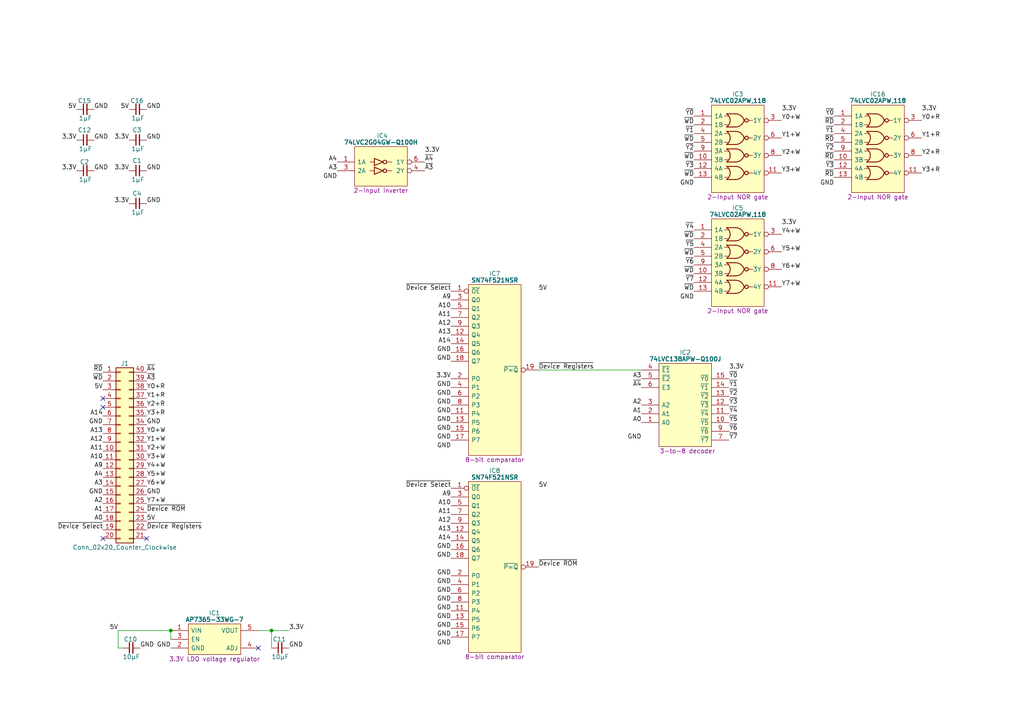
<source format=kicad_sch>
(kicad_sch (version 20230121) (generator eeschema)
  (paper "A4")
  (title_block (title "Device Decode A 4it read and 8bit write") (date "2023-10-07") (rev "V0"))
  (lib_symbols
    (symbol "Connector_Generic:Conn_02x20_Counter_Clockwise" (pin_names (offset 1.016) hide)
      (property "Reference" "J" (at 1.27 25.4 0))
      (property "Value" "Conn_02x20_Counter_Clockwise" (at 1.27 -27.94 0))
      (symbol "Conn_02x20_Counter_Clockwise_1_1"
        (rectangle (start -1.27 -25.273) (end 0 -25.527) (stroke (width 0.1524)))
        (rectangle (start -1.27 -22.733) (end 0 -22.987) (stroke (width 0.1524)))
        (rectangle (start -1.27 -20.193) (end 0 -20.447) (stroke (width 0.1524)))
        (rectangle (start -1.27 -17.653) (end 0 -17.907) (stroke (width 0.1524)))
        (rectangle (start -1.27 -15.113) (end 0 -15.367) (stroke (width 0.1524)))
        (rectangle (start -1.27 -12.573) (end 0 -12.827) (stroke (width 0.1524)))
        (rectangle (start -1.27 -10.033) (end 0 -10.287) (stroke (width 0.1524)))
        (rectangle (start -1.27 -7.493) (end 0 -7.747) (stroke (width 0.1524)))
        (rectangle (start -1.27 -4.953) (end 0 -5.207) (stroke (width 0.1524)))
        (rectangle (start -1.27 -2.413) (end 0 -2.667) (stroke (width 0.1524)))
        (rectangle (start -1.27 0.127) (end 0 -0.127) (stroke (width 0.1524)))
        (rectangle (start -1.27 2.667) (end 0 2.413) (stroke (width 0.1524)))
        (rectangle (start -1.27 5.207) (end 0 4.953) (stroke (width 0.1524)))
        (rectangle (start -1.27 7.747) (end 0 7.493) (stroke (width 0.1524)))
        (rectangle (start -1.27 10.287) (end 0 10.033) (stroke (width 0.1524)))
        (rectangle (start -1.27 12.827) (end 0 12.573) (stroke (width 0.1524)))
        (rectangle (start -1.27 15.367) (end 0 15.113) (stroke (width 0.1524)))
        (rectangle (start -1.27 17.907) (end 0 17.653) (stroke (width 0.1524)))
        (rectangle (start -1.27 20.447) (end 0 20.193) (stroke (width 0.1524)))
        (rectangle (start -1.27 22.987) (end 0 22.733) (stroke (width 0.1524)))
        (rectangle (start -1.27 24.13) (end 3.81 -26.67) (stroke (width 0.254)) (fill (type background)))
        (rectangle (start 3.81 -25.273) (end 2.54 -25.527) (stroke (width 0.1524)))
        (rectangle (start 3.81 -22.733) (end 2.54 -22.987) (stroke (width 0.1524)))
        (rectangle (start 3.81 -20.193) (end 2.54 -20.447) (stroke (width 0.1524)))
        (rectangle (start 3.81 -17.653) (end 2.54 -17.907) (stroke (width 0.1524)))
        (rectangle (start 3.81 -15.113) (end 2.54 -15.367) (stroke (width 0.1524)))
        (rectangle (start 3.81 -12.573) (end 2.54 -12.827) (stroke (width 0.1524)))
        (rectangle (start 3.81 -10.033) (end 2.54 -10.287) (stroke (width 0.1524)))
        (rectangle (start 3.81 -7.493) (end 2.54 -7.747) (stroke (width 0.1524)))
        (rectangle (start 3.81 -4.953) (end 2.54 -5.207) (stroke (width 0.1524)))
        (rectangle (start 3.81 -2.413) (end 2.54 -2.667) (stroke (width 0.1524)))
        (rectangle (start 3.81 0.127) (end 2.54 -0.127) (stroke (width 0.1524)))
        (rectangle (start 3.81 2.667) (end 2.54 2.413) (stroke (width 0.1524)))
        (rectangle (start 3.81 5.207) (end 2.54 4.953) (stroke (width 0.1524)))
        (rectangle (start 3.81 7.747) (end 2.54 7.493) (stroke (width 0.1524)))
        (rectangle (start 3.81 10.287) (end 2.54 10.033) (stroke (width 0.1524)))
        (rectangle (start 3.81 12.827) (end 2.54 12.573) (stroke (width 0.1524)))
        (rectangle (start 3.81 15.367) (end 2.54 15.113) (stroke (width 0.1524)))
        (rectangle (start 3.81 17.907) (end 2.54 17.653) (stroke (width 0.1524)))
        (rectangle (start 3.81 20.447) (end 2.54 20.193) (stroke (width 0.1524)))
        (rectangle (start 3.81 22.987) (end 2.54 22.733) (stroke (width 0.1524)))
        (pin passive line (at -5.08 22.86 0) (length 3.81) (name "Pin_1") (number "1"))
        (pin passive line (at -5.08 0 0) (length 3.81) (name "Pin_10") (number "10"))
        (pin passive line (at -5.08 -2.54 0) (length 3.81) (name "Pin_11") (number "11"))
        (pin passive line (at -5.08 -5.08 0) (length 3.81) (name "Pin_12") (number "12"))
        (pin passive line (at -5.08 -7.62 0) (length 3.81) (name "Pin_13") (number "13"))
        (pin passive line (at -5.08 -10.16 0) (length 3.81) (name "Pin_14") (number "14"))
        (pin passive line (at -5.08 -12.7 0) (length 3.81) (name "Pin_15") (number "15"))
        (pin passive line (at -5.08 -15.24 0) (length 3.81) (name "Pin_16") (number "16"))
        (pin passive line (at -5.08 -17.78 0) (length 3.81) (name "Pin_17") (number "17"))
        (pin passive line (at -5.08 -20.32 0) (length 3.81) (name "Pin_18") (number "18"))
        (pin passive line (at -5.08 -22.86 0) (length 3.81) (name "Pin_19") (number "19"))
        (pin passive line (at -5.08 20.32 0) (length 3.81) (name "Pin_2") (number "2"))
        (pin passive line (at -5.08 -25.4 0) (length 3.81) (name "Pin_20") (number "20"))
        (pin passive line (at 7.62 -25.4 180) (length 3.81) (name "Pin_21") (number "21"))
        (pin passive line (at 7.62 -22.86 180) (length 3.81) (name "Pin_22") (number "22"))
        (pin passive line (at 7.62 -20.32 180) (length 3.81) (name "Pin_23") (number "23"))
        (pin passive line (at 7.62 -17.78 180) (length 3.81) (name "Pin_24") (number "24"))
        (pin passive line (at 7.62 -15.24 180) (length 3.81) (name "Pin_25") (number "25"))
        (pin passive line (at 7.62 -12.7 180) (length 3.81) (name "Pin_26") (number "26"))
        (pin passive line (at 7.62 -10.16 180) (length 3.81) (name "Pin_27") (number "27"))
        (pin passive line (at 7.62 -7.62 180) (length 3.81) (name "Pin_28") (number "28"))
        (pin passive line (at 7.62 -5.08 180) (length 3.81) (name "Pin_29") (number "29"))
        (pin passive line (at -5.08 17.78 0) (length 3.81) (name "Pin_3") (number "3"))
        (pin passive line (at 7.62 -2.54 180) (length 3.81) (name "Pin_30") (number "30"))
        (pin passive line (at 7.62 0 180) (length 3.81) (name "Pin_31") (number "31"))
        (pin passive line (at 7.62 2.54 180) (length 3.81) (name "Pin_32") (number "32"))
        (pin passive line (at 7.62 5.08 180) (length 3.81) (name "Pin_33") (number "33"))
        (pin passive line (at 7.62 7.62 180) (length 3.81) (name "Pin_34") (number "34"))
        (pin passive line (at 7.62 10.16 180) (length 3.81) (name "Pin_35") (number "35"))
        (pin passive line (at 7.62 12.7 180) (length 3.81) (name "Pin_36") (number "36"))
        (pin passive line (at 7.62 15.24 180) (length 3.81) (name "Pin_37") (number "37"))
        (pin passive line (at 7.62 17.78 180) (length 3.81) (name "Pin_38") (number "38"))
        (pin passive line (at 7.62 20.32 180) (length 3.81) (name "Pin_39") (number "39"))
        (pin passive line (at -5.08 15.24 0) (length 3.81) (name "Pin_4") (number "4"))
        (pin passive line (at 7.62 22.86 180) (length 3.81) (name "Pin_40") (number "40"))
        (pin passive line (at -5.08 12.7 0) (length 3.81) (name "Pin_5") (number "5"))
        (pin passive line (at -5.08 10.16 0) (length 3.81) (name "Pin_6") (number "6"))
        (pin passive line (at -5.08 7.62 0) (length 3.81) (name "Pin_7") (number "7"))
        (pin passive line (at -5.08 5.08 0) (length 3.81) (name "Pin_8") (number "8"))
        (pin passive line (at -5.08 2.54 0) (length 3.81) (name "Pin_9") (number "9"))
      )
    )
    (symbol "Diodes_Inc:AP7365-33WG-7" (pin_names (offset 0.762))
      (property "Reference" "IC" (at 12.7 5.08 0))
      (property "Value" "AP7365-33WG-7" (at 12.7 3.175 0))
      (property "Description" "3.3V LDO voltage regulator" (at 12.7 -8.255 0))
      (symbol "AP7365-33WG-7_0_0"
        (pin passive line (at 0 0 0) (length 5.08) (name "VIN") (number "1"))
        (pin passive line (at 0 -5.08 0) (length 5.08) (name "GND") (number "2"))
        (pin input line (at 0 -2.54 0) (length 5.08) (name "EN") (number "3"))
        (pin passive line (at 25.4 -5.08 180) (length 5.08) (name "ADJ") (number "4"))
        (pin passive line (at 25.4 0 180) (length 5.08) (name "VOUT") (number "5"))
      )
      (symbol "AP7365-33WG-7_0_1"
        (polyline (pts (xy 5.08 1.905) (xy 20.32 1.905) (xy 20.32 -6.985) (xy 5.08 -6.985) (xy 5.08 1.905)) (fill (type background)))
      )
    )
    (symbol "HCP65:C_0805" (pin_numbers hide) (pin_names (offset 0.254) hide)
      (property "Reference" "C" (at 2.286 2.54 0))
      (property "Value" "?μF" (at 2.54 -2.54 0))
      (symbol "C_0805_0_1"
        (polyline (pts (xy 1.9685 -1.4605) (xy 1.9685 1.5875)) (stroke (width 0.3048)))
        (polyline (pts (xy 2.9845 -1.4605) (xy 2.9845 1.5875)) (stroke (width 0.3302)))
      )
      (symbol "C_0805_1_1"
        (pin passive line (at 0 0 0) (length 2.032) (name "~") (number "1"))
        (pin passive line (at 5.08 0 180) (length 2.032) (name "~") (number "2"))
      )
    )
    (symbol "Nexperia:74LVC02APW,118" (pin_names (offset 0.762))
      (property "Reference" "IC" (at 12.7 6.35 0))
      (property "Value" "74LVC02APW,118" (at 12.7 4.445 0))
      (property "Description" "2-Input NOR gate" (at 12.7 -23.495 0))
      (symbol "74LVC02APW,118_0_0"
        (pin input line (at 0 0 0) (length 5.08) (name "1A") (number "1"))
        (pin input line (at 0 -12.7 0) (length 5.08) (name "3B") (number "10"))
        (pin output inverted (at 25.4 -16.51 180) (length 5.08) (name "4Y") (number "11"))
        (pin input line (at 0 -15.24 0) (length 5.08) (name "4A") (number "12"))
        (pin input line (at 0 -17.78 0) (length 5.08) (name "4B") (number "13"))
        (pin passive line (at 25.4 1.27 180) (length 5.08) hide (name "3V") (number "14"))
        (pin input line (at 0 -2.54 0) (length 5.08) (name "1B") (number "2"))
        (pin output inverted (at 25.4 -1.27 180) (length 5.08) (name "1Y") (number "3"))
        (pin input line (at 0 -5.08 0) (length 5.08) (name "2A") (number "4"))
        (pin input line (at 0 -7.62 0) (length 5.08) (name "2B") (number "5"))
        (pin output inverted (at 25.4 -6.35 180) (length 5.08) (name "2Y") (number "6"))
        (pin passive line (at 0 -20.32 0) (length 5.08) hide (name "GND") (number "7"))
        (pin output inverted (at 25.4 -11.43 180) (length 5.08) (name "3Y") (number "8"))
        (pin input line (at 0 -10.16 0) (length 5.08) (name "3A") (number "9"))
      )
      (symbol "74LVC02APW,118_0_1"
        (polyline (pts (xy 8.802 -17.78) (xy 10.0719 -17.78)))
        (polyline (pts (xy 8.802 -15.24) (xy 10.0719 -15.24)))
        (polyline (pts (xy 8.802 -12.7) (xy 10.0719 -12.7)))
        (polyline (pts (xy 8.802 -10.16) (xy 10.0719 -10.16)))
        (polyline (pts (xy 8.802 -7.62) (xy 10.0719 -7.62)))
        (polyline (pts (xy 8.802 -5.08) (xy 10.0719 -5.08)))
        (polyline (pts (xy 8.802 -2.54) (xy 10.0719 -2.54)))
        (polyline (pts (xy 8.802 0) (xy 10.0719 0)))
        (polyline (pts (xy 11.977 -18.415) (xy 9.437 -18.415)) (stroke (width 0.254)) (fill (type background)))
        (polyline (pts (xy 11.977 -14.605) (xy 9.437 -14.605)) (stroke (width 0.254)) (fill (type background)))
        (polyline (pts (xy 11.977 -13.335) (xy 9.437 -13.335)) (stroke (width 0.254)) (fill (type background)))
        (polyline (pts (xy 11.977 -9.525) (xy 9.437 -9.525)) (stroke (width 0.254)) (fill (type background)))
        (polyline (pts (xy 11.977 -8.255) (xy 9.437 -8.255)) (stroke (width 0.254)) (fill (type background)))
        (polyline (pts (xy 11.977 -4.445) (xy 9.437 -4.445)) (stroke (width 0.254)) (fill (type background)))
        (polyline (pts (xy 11.977 -3.175) (xy 9.437 -3.175)) (stroke (width 0.254)) (fill (type background)))
        (polyline (pts (xy 11.977 0.635) (xy 9.437 0.635)) (stroke (width 0.254)) (fill (type background)))
        (polyline (pts (xy 15.875 -16.51) (xy 17.057 -16.51)))
        (polyline (pts (xy 15.875 -11.43) (xy 17.057 -11.43)))
        (polyline (pts (xy 15.875 -6.35) (xy 17.057 -6.35)))
        (polyline (pts (xy 15.875 -1.27) (xy 17.057 -1.27)))
        (polyline (pts (xy 5.08 3.175) (xy 20.32 3.175) (xy 20.32 -22.225) (xy 5.08 -22.225) (xy 5.08 3.175)) (stroke (width 0.1524)) (fill (type background)))
        (arc (start 9.437 -18.415) (mid 10.4969 -16.51) (end 9.437 -14.605) (stroke (width 0.254)))
        (arc (start 9.437 -13.335) (mid 10.4969 -11.43) (end 9.437 -9.525) (stroke (width 0.254)))
        (arc (start 9.437 -8.255) (mid 10.4969 -6.35) (end 9.437 -4.445) (stroke (width 0.254)))
        (arc (start 9.437 -3.175) (mid 10.4969 -1.27) (end 9.437 0.635) (stroke (width 0.254)))
        (arc (start 11.977 -18.415) (mid 13.5751 -17.9001) (end 14.517 -16.51) (stroke (width 0.254)))
        (arc (start 11.977 -13.335) (mid 13.5751 -12.8201) (end 14.517 -11.43) (stroke (width 0.254)))
        (arc (start 11.977 -8.255) (mid 13.5751 -7.7401) (end 14.517 -6.35) (stroke (width 0.254)))
        (arc (start 11.977 -3.175) (mid 13.5753 -2.6602) (end 14.517 -1.27) (stroke (width 0.254)))
        (arc (start 14.517 -16.51) (mid 13.5761 -15.1187) (end 11.977 -14.605) (stroke (width 0.254)))
        (arc (start 14.517 -11.43) (mid 13.5761 -10.0387) (end 11.977 -9.525) (stroke (width 0.254)))
        (arc (start 14.517 -6.35) (mid 13.5761 -4.9587) (end 11.977 -4.445) (stroke (width 0.254)))
        (arc (start 14.517 -1.27) (mid 13.5761 0.1213) (end 11.977 0.635) (stroke (width 0.254)))
        (circle (center 15.24 -16.51) (radius 0.508) (stroke (width 0.254)))
        (circle (center 15.24 -11.43) (radius 0.508) (stroke (width 0.254)))
        (circle (center 15.24 -6.35) (radius 0.508) (stroke (width 0.254)))
        (circle (center 15.24 -1.27) (radius 0.508) (stroke (width 0.254)))
      )
    )
    (symbol "Nexperia:74LVC138APW-Q100J" (pin_names (offset 0.762))
      (property "Reference" "IC" (at 12.7 3.175 0))
      (property "Value" "74LVC138APW-Q100J" (at 12.7 1.27 0))
      (property "Description" "3-to-8 decoder" (at 13.335 -25.4 0))
      (symbol "74LVC138APW-Q100J_0_0"
        (pin input line (at 0 -17.145 0) (length 5.08) (name "A0") (number "1"))
        (pin output line (at 25.4 -17.145 180) (length 5.08) (name "~{Y5}") (number "10"))
        (pin output line (at 25.4 -14.605 180) (length 5.08) (name "~{Y4}") (number "11"))
        (pin output line (at 25.4 -12.065 180) (length 5.08) (name "~{Y3}") (number "12"))
        (pin output line (at 25.4 -9.525 180) (length 5.08) (name "~{Y2}") (number "13"))
        (pin output line (at 25.4 -6.985 180) (length 5.08) (name "~{Y1}") (number "14"))
        (pin output line (at 25.4 -4.445 180) (length 5.08) (name "~{Y0}") (number "15"))
        (pin passive line (at 25.4 -1.905 180) (length 5.08) hide (name "3V") (number "16"))
        (pin input line (at 0 -14.605 0) (length 5.08) (name "A1") (number "2"))
        (pin input line (at 0 -12.065 0) (length 5.08) (name "A2") (number "3"))
        (pin input line (at 0 -1.905 0) (length 5.08) (name "~{E1}") (number "4"))
        (pin input line (at 0 -4.445 0) (length 5.08) (name "~{E2}") (number "5"))
        (pin input line (at 0 -6.985 0) (length 5.08) (name "E3") (number "6"))
        (pin output line (at 25.4 -22.225 180) (length 5.08) (name "~{Y7}") (number "7"))
        (pin passive line (at 0 -22.225 0) (length 5.08) hide (name "GND") (number "8"))
        (pin output line (at 25.4 -19.685 180) (length 5.08) (name "~{Y6}") (number "9"))
      )
      (symbol "74LVC138APW-Q100J_0_1"
        (polyline (pts (xy 5.08 0) (xy 20.32 0) (xy 20.32 -24.13) (xy 5.08 -24.13) (xy 5.08 0)) (stroke (width 0.1524)) (fill (type background)))
      )
    )
    (symbol "Nexperia:74LVC2G04GW-Q100H" (pin_names (offset 0.762))
      (property "Reference" "IC" (at 11.43 7.62 0))
      (property "Value" "74LVC2G04GW-Q100H" (at 12.7 5.715 0))
      (property "Description" "2-input inverter" (at 12.7 -8.255 0))
      (symbol "74LVC2G04GW-Q100H_0_0"
        (pin input line (at 0 0 0) (length 5.08) (name "1A") (number "1"))
        (pin passive line (at 0 -5.08 0) (length 5.08) hide (name "GND") (number "2"))
        (pin input line (at 0 -2.54 0) (length 5.08) (name "2A") (number "3"))
        (pin output inverted (at 25.4 -2.54 180) (length 5.08) (name "2Y") (number "4"))
        (pin passive line (at 25.4 2.54 180) (length 5.08) hide (name "3V") (number "5"))
        (pin output inverted (at 25.4 0 180) (length 5.08) (name "1Y") (number "6"))
      )
      (symbol "74LVC2G04GW-Q100H_0_1"
        (polyline (pts (xy 9.525 -2.54) (xy 10.7949 -2.54)))
        (polyline (pts (xy 9.525 0) (xy 10.7949 0)))
        (polyline (pts (xy 14.351 -2.54) (xy 15.875 -2.54)))
        (polyline (pts (xy 14.351 0) (xy 15.875 0)))
        (polyline (pts (xy 10.795 -3.556) (xy 13.335 -2.54) (xy 10.795 -1.524)) (stroke (width 0.254)))
        (polyline (pts (xy 10.795 -1.016) (xy 13.335 0) (xy 10.795 1.016)) (stroke (width 0.254)))
        (polyline (pts (xy 5.08 4.445) (xy 20.32 4.445) (xy 20.32 -6.985) (xy 5.08 -6.985) (xy 5.08 4.445)) (stroke (width 0.1524)) (fill (type background)))
        (rectangle (start 10.795 -1.524) (end 10.795 -3.556) (stroke (width 0.254)) (fill (type background)))
        (rectangle (start 10.795 1.016) (end 10.795 -1.016) (stroke (width 0.254)) (fill (type background)))
        (circle (center 13.843 -2.54) (radius 0.508) (stroke (width 0.254)))
        (circle (center 13.843 0) (radius 0.508) (stroke (width 0.254)))
      )
    )
    (symbol "Texas_Instruments:SN74F521NSR" (pin_names (offset 0.762))
      (property "Reference" "IC" (at 12.7 5.08 0))
      (property "Value" "SN74F521NSR" (at 12.7 3.175 0))
      (property "Description" "8-bit comparator" (at 12.7 -48.895 0))
      (symbol "SN74F521NSR_0_0"
        (pin input inverted (at 0 0 0) (length 5.08) (name "~{OE}") (number "1"))
        (pin input line (at 0 -35.56 0) (length 5.08) (name "P4") (number "11"))
        (pin input line (at 0 -12.7 0) (length 5.08) (name "Q4") (number "12"))
        (pin input line (at 0 -38.1 0) (length 5.08) (name "P5") (number "13"))
        (pin input line (at 0 -15.24 0) (length 5.08) (name "Q5") (number "14"))
        (pin input line (at 0 -40.64 0) (length 5.08) (name "P6") (number "15"))
        (pin input line (at 0 -17.78 0) (length 5.08) (name "Q6") (number "16"))
        (pin input line (at 0 -43.18 0) (length 5.08) (name "P7") (number "17"))
        (pin input line (at 0 -20.32 0) (length 5.08) (name "Q7") (number "18"))
        (pin output inverted (at 25.4 -22.86 180) (length 5.08) (name "~{P=Q}") (number "19"))
        (pin input line (at 0 -25.4 0) (length 5.08) (name "P0") (number "2"))
        (pin input line (at 0 -2.54 0) (length 5.08) (name "Q0") (number "3"))
        (pin input line (at 0 -27.94 0) (length 5.08) (name "P1") (number "4"))
        (pin input line (at 0 -5.08 0) (length 5.08) (name "Q1") (number "5"))
        (pin input line (at 0 -30.48 0) (length 5.08) (name "P2") (number "6"))
        (pin input line (at 0 -7.62 0) (length 5.08) (name "Q2") (number "7"))
        (pin input line (at 0 -33.02 0) (length 5.08) (name "P3") (number "8"))
        (pin input line (at 0 -10.16 0) (length 5.08) (name "Q3") (number "9"))
      )
      (symbol "SN74F521NSR_0_1"
        (polyline (pts (xy 5.08 1.905) (xy 20.32 1.905) (xy 20.32 -47.625) (xy 5.08 -47.625) (xy 5.08 1.905)) (stroke (width 0.1524)) (fill (type background)))
      )
      (symbol "SN74F521NSR_1_0"
        (pin passive line (at 0 -45.72 0) (length 5.08) hide (name "GND") (number "10"))
        (pin passive line (at 25.4 0 180) (length 5.08) hide (name "5V") (number "20"))
      )
    )
  )
  (junction (at 49.53 182.88))
  (junction (at 78.74 182.88))
  (no_connect (at 74.93 187.96))
  (no_connect (at 29.845 118.11))
  (no_connect (at 29.845 115.57))
  (no_connect (at 42.545 156.21))
  (no_connect (at 29.845 156.21))
  (wire (pts (xy 78.74 187.96) (xy 78.74 182.88)))
  (wire (pts (xy 34.29 182.88) (xy 49.53 182.88)))
  (wire (pts (xy 49.53 182.88) (xy 49.53 185.42)))
  (wire (pts (xy 74.93 182.88) (xy 78.74 182.88)))
  (wire (pts (xy 156.21 107.315) (xy 186.055 107.315)))
  (wire (pts (xy 34.29 182.88) (xy 34.29 187.96)))
  (wire (pts (xy 34.29 187.96) (xy 35.56 187.96)))
  (wire (pts (xy 78.74 182.88) (xy 83.82 182.88)))
  (label "GND" (at 42.545 59.055 0))
  (label "~{Y0}" (at 201.295 33.655 180))
  (label "~{Y6}" (at 201.295 76.835 180))
  (label "Y4+W" (at 226.695 67.945 0))
  (label "GND" (at 42.545 49.53 0))
  (label "A2" (at 29.845 146.05 180))
  (label "~{Y5}" (at 201.295 71.755 180))
  (label "~{Device ROM}" (at 156.21 164.465 0))
  (label "A12" (at 130.81 94.615 180))
  (label "~{RD}" (at 241.935 51.435 180))
  (label "5V" (at 42.545 151.13 0))
  (label "~{WD}" (at 201.295 74.295 180))
  (label "~{Y4}" (at 201.295 66.675 180))
  (label "Y6+W" (at 226.695 78.105 0))
  (label "3.3V" (at 123.19 44.45 0))
  (label "A9" (at 130.81 144.145 180))
  (label "A3" (at 29.845 140.97 180))
  (label "GND" (at 130.81 122.555 180))
  (label "3.3V" (at 211.455 107.315 0))
  (label "Y7+W" (at 226.695 83.185 0))
  (label "~{Y2}" (at 241.935 43.815 180))
  (label "GND" (at 83.82 187.96 0))
  (label "GND" (at 130.81 120.015 180))
  (label "~{WD}" (at 201.295 51.435 180))
  (label "3.3V" (at 226.695 65.405 0))
  (label "~{Device Select}" (at 29.845 153.67 180))
  (label "~{Y5}" (at 211.455 122.555 0))
  (label "A14" (at 130.81 156.845 180))
  (label "Y3+W" (at 42.545 133.35 0))
  (label "~{RD}" (at 29.845 107.95 180))
  (label "A13" (at 130.81 97.155 180))
  (label "~{Y6}" (at 211.455 125.095 0))
  (label "A10" (at 130.81 146.685 180))
  (label "Y1+R" (at 267.335 40.005 0))
  (label "Y3+R" (at 42.545 120.65 0))
  (label "Y0+R" (at 267.335 34.925 0))
  (label "5V" (at 156.21 141.605 0))
  (label "GND" (at 130.81 117.475 180))
  (label "A2" (at 186.055 117.475 180))
  (label "A13" (at 29.845 125.73 180))
  (label "GND" (at 40.64 187.96 0))
  (label "A0" (at 29.845 151.13 180))
  (label "5V" (at 34.29 182.88 180))
  (label "GND" (at 130.81 182.245 180))
  (label "3.3V" (at 37.465 40.64 180))
  (label "GND" (at 130.81 179.705 180))
  (label "GND" (at 241.935 53.975 180))
  (label "~{WD}" (at 201.295 84.455 180))
  (label "~{Device Registers}" (at 42.545 153.67 0))
  (label "GND" (at 29.845 143.51 180))
  (label "Y2+W" (at 226.695 45.085 0))
  (label "~{Device Select}" (at 130.81 84.455 180))
  (label "5V" (at 29.845 113.03 180))
  (label "Y1+W" (at 42.545 128.27 0))
  (label "GND" (at 42.545 40.64 0))
  (label "~{Y1}" (at 211.455 112.395 0))
  (label "~{Y0}" (at 241.935 33.655 180))
  (label "~{Device ROM}" (at 42.545 148.59 0))
  (label "GND" (at 49.53 187.96 180))
  (label "3.3V" (at 22.225 49.53 180))
  (label "A1" (at 29.845 148.59 180))
  (label "~{Y4}" (at 211.455 120.015 0))
  (label "GND" (at 27.305 40.64 0))
  (label "~{A3}" (at 123.19 49.53 0))
  (label "~{RD}" (at 241.935 36.195 180))
  (label "~{A4}" (at 186.055 112.395 180))
  (label "Y7+W" (at 42.545 146.05 0))
  (label "Y0+W" (at 226.695 34.925 0))
  (label "GND" (at 130.81 125.095 180))
  (label "GND" (at 130.81 172.085 180))
  (label "Y2+R" (at 267.335 45.085 0))
  (label "Y3+W" (at 226.695 50.165 0))
  (label "~{WD}" (at 201.295 69.215 180))
  (label "A10" (at 130.81 89.535 180))
  (label "~{Y7}" (at 201.295 81.915 180))
  (label "Y1+R" (at 42.545 115.57 0))
  (label "~{Y3}" (at 241.935 48.895 180))
  (label "GND" (at 29.845 123.19 180))
  (label "~{Y2}" (at 211.455 114.935 0))
  (label "3.3V" (at 267.335 32.385 0))
  (label "Y2+W" (at 42.545 130.81 0))
  (label "3.3V" (at 37.465 59.055 180))
  (label "Y5+W" (at 226.695 73.025 0))
  (label "A1" (at 186.055 120.015 180))
  (label "A12" (at 130.81 151.765 180))
  (label "A11" (at 29.845 130.81 180))
  (label "A9" (at 29.845 135.89 180))
  (label "A13" (at 130.81 154.305 180))
  (label "~{Y3}" (at 201.295 48.895 180))
  (label "~{Device Select}" (at 130.81 141.605 180))
  (label "A4" (at 29.845 138.43 180))
  (label "~{Y3}" (at 211.455 117.475 0))
  (label "GND" (at 130.81 187.325 180))
  (label "GND" (at 130.81 169.545 180))
  (label "A14" (at 29.845 120.65 180))
  (label "GND" (at 42.545 123.19 0))
  (label "A12" (at 29.845 128.27 180))
  (label "~{Y2}" (at 201.295 43.815 180))
  (label "Y6+W" (at 42.545 140.97 0))
  (label "5V" (at 156.21 84.455 0))
  (label "~{WD}" (at 29.845 110.49 180))
  (label "~{RD}" (at 241.935 41.275 180))
  (label "~{Y7}" (at 211.455 127.635 0))
  (label "3.3V" (at 226.695 32.385 0))
  (label "GND" (at 130.81 184.785 180))
  (label "GND" (at 130.81 112.395 180))
  (label "~{WD}" (at 201.295 41.275 180))
  (label "GND" (at 130.81 102.235 180))
  (label "A3" (at 186.055 109.855 180))
  (label "Y3+R" (at 267.335 50.165 0))
  (label "3.3V" (at 37.465 49.53 180))
  (label "GND" (at 201.295 86.995 180))
  (label "~{WD}" (at 201.295 36.195 180))
  (label "3.3V" (at 22.225 40.64 180))
  (label "A10" (at 29.845 133.35 180))
  (label "3.3V" (at 83.82 182.88 0))
  (label "~{Device Registers}" (at 156.21 107.315 0))
  (label "A11" (at 130.81 92.075 180))
  (label "Y4+W" (at 42.545 135.89 0))
  (label "A11" (at 130.81 149.225 180))
  (label "GND" (at 130.81 167.005 180))
  (label "Y5+W" (at 42.545 138.43 0))
  (label "Y0+W" (at 42.545 125.73 0))
  (label "GND" (at 97.79 52.07 180))
  (label "GND" (at 186.055 127.635 180))
  (label "GND" (at 130.81 174.625 180))
  (label "A0" (at 186.055 122.555 180))
  (label "GND" (at 201.295 53.975 180))
  (label "A14" (at 130.81 99.695 180))
  (label "GND" (at 27.305 31.75 0))
  (label "~{WD}" (at 201.295 46.355 180))
  (label "Y1+W" (at 226.695 40.005 0))
  (label "GND" (at 42.545 143.51 0))
  (label "GND" (at 42.545 31.75 0))
  (label "GND" (at 130.81 114.935 180))
  (label "~{Y1}" (at 201.295 38.735 180))
  (label "GND" (at 130.81 177.165 180))
  (label "Y0+R" (at 42.545 113.03 0))
  (label "GND" (at 130.81 104.775 180))
  (label "~{A4}" (at 42.545 107.95 0))
  (label "5V" (at 37.465 31.75 180))
  (label "3.3V" (at 130.81 109.855 180))
  (label "GND" (at 130.81 130.175 180))
  (label "~{Y1}" (at 241.935 38.735 180))
  (label "5V" (at 22.225 31.75 180))
  (label "~{A3}" (at 42.545 110.49 0))
  (label "~{Y0}" (at 211.455 109.855 0))
  (label "~{A4}" (at 123.19 46.99 0))
  (label "~{WD}" (at 201.295 79.375 180))
  (label "A9" (at 130.81 86.995 180))
  (label "A4" (at 97.79 46.99 180))
  (label "GND" (at 130.81 161.925 180))
  (label "GND" (at 130.81 127.635 180))
  (label "~{RD}" (at 241.935 46.355 180))
  (label "A3" (at 97.79 49.53 180))
  (label "GND" (at 130.81 159.385 180))
  (label "GND" (at 27.305 49.53 0))
  (label "Y2+R" (at 42.545 118.11 0))
  (symbol (lib_id "Nexperia:74LVC02APW,118") (at 201.295 66.675 0) (unit 1)
    (property "Reference" "IC5" (at 213.995 60.325 0))
    (property "Value" "74LVC02APW,118" (at 213.995 62.23 0) (effects (font bold)))
    (property "Footprint" "SOP65P640X110-14N" (effects hide))
    (property "Datasheet" "https://assets.nexperia.com/documents/data-sheet/74LVC02A.pdf" (effects hide))
    (property "Description" "2-Input NOR gate" (at 213.995 90.17 0))
    (property "Height" "1.1" (effects hide))
    (property "Mouser Part Number" "771-74LVC02APW-T" (effects hide))
    (property "Mouser Price/Stock" "https://www.mouser.co.uk/ProductDetail/Nexperia/74LVC02APW118?qs=me8TqzrmIYX6VnwIC2vA2w%3D%3D" (effects hide))
    (property "Manufacturer_Name" "Nexperia" (effects hide))
    (property "Manufacturer_Part_Number" "74LVC02APW,118" (effects hide))
    (property "Silkscreen" "74LVC02" (effects hide))
  )
  (symbol (lib_id "HCP65:C_0805") (at 22.225 31.75 0) (unit 1)
    (property "Reference" "C15" (at 24.511 29.21 0))
    (property "Value" "1μF" (at 24.765 34.29 0))
    (property "Footprint" "SamacSys_Parts:C_0805" (effects hide))
  )
  (symbol (lib_id "HCP65:C_0805") (at 22.225 40.64 0) (unit 1)
    (property "Reference" "C12" (at 24.511 37.719 0))
    (property "Value" "1μF" (at 24.765 43.18 0))
    (property "Footprint" "SamacSys_Parts:C_0805" (effects hide))
  )
  (symbol (lib_id "Connector_Generic:Conn_02x20_Counter_Clockwise") (at 34.925 130.81 0) (unit 1)
    (property "Reference" "J1" (at 36.195 105.41 0))
    (property "Value" "Conn_02x20_Counter_Clockwise" (at 36.195 158.75 0))
    (property "Footprint" "SamacSys_Parts:DIP-40_Board_W22.86mm" (effects hide))
  )
  (symbol (lib_id "Nexperia:74LVC02APW,118") (at 241.935 33.655 0) (unit 1)
    (property "Reference" "IC16" (at 254.635 27.305 0))
    (property "Value" "74LVC02APW,118" (at 254.635 29.21 0) (effects (font bold)))
    (property "Footprint" "SOP65P640X110-14N" (effects hide))
    (property "Datasheet" "https://assets.nexperia.com/documents/data-sheet/74LVC02A.pdf" (effects hide))
    (property "Description" "2-Input NOR gate" (at 254.635 57.15 0))
    (property "Height" "1.1" (effects hide))
    (property "Mouser Part Number" "771-74LVC02APW-T" (effects hide))
    (property "Mouser Price/Stock" "https://www.mouser.co.uk/ProductDetail/Nexperia/74LVC02APW118?qs=me8TqzrmIYX6VnwIC2vA2w%3D%3D" (effects hide))
    (property "Manufacturer_Name" "Nexperia" (effects hide))
    (property "Manufacturer_Part_Number" "74LVC02APW,118" (effects hide))
    (property "Silkscreen" "74LVC02" (effects hide))
  )
  (symbol (lib_id "Nexperia:74LVC138APW-Q100J") (at 186.055 105.41 0) (unit 1)
    (property "Reference" "IC2" (at 198.755 102.235 0))
    (property "Value" "74LVC138APW-Q100J" (at 198.755 104.14 0) (effects (font bold)))
    (property "Footprint" "SOP65P640X110-16N" (effects hide))
    (property "Datasheet" "https://assets.nexperia.com/documents/data-sheet/74LVC138A_Q100.pdf" (effects hide))
    (property "Description" "3-to-8 decoder" (at 199.39 130.81 0))
    (property "Height" "1.1" (effects hide))
    (property "Mouser Part Number" "771-74LVC138APWQ100J" (effects hide))
    (property "Mouser Price/Stock" "https://www.mouser.co.uk/ProductDetail/Nexperia/74LVC138APW-Q100J?qs=fi7yB2oewZnXKE82xo%252BhJQ%3D%3D" (effects hide))
    (property "Manufacturer_Name" "Nexperia" (effects hide))
    (property "Manufacturer_Part_Number" "74LVC138APW-Q100J" (effects hide))
    (property "Silkscreen" "74LVC138" (effects hide))
  )
  (symbol (lib_id "HCP65:C_0805") (at 37.465 40.64 0) (unit 1)
    (property "Reference" "C3" (at 39.751 37.719 0))
    (property "Value" "1μF" (at 40.005 43.18 0))
    (property "Footprint" "SamacSys_Parts:C_0805" (effects hide))
  )
  (symbol (lib_id "HCP65:C_0805") (at 37.465 49.53 0) (unit 1)
    (property "Reference" "C1" (at 39.751 46.609 0))
    (property "Value" "1μF" (at 40.005 52.07 0))
    (property "Footprint" "SamacSys_Parts:C_0805" (effects hide))
  )
  (symbol (lib_id "HCP65:C_0805") (at 35.56 187.96 0) (unit 1)
    (property "Reference" "C10" (at 37.846 185.42 0))
    (property "Value" "10µF" (at 35.56 190.5 0) (effects (justify left)))
    (property "Footprint" "SamacSys_Parts:C_0805" (effects hide))
  )
  (symbol (lib_id "HCP65:C_0805") (at 22.225 49.53 0) (unit 1)
    (property "Reference" "C2" (at 24.511 46.99 0))
    (property "Value" "1μF" (at 24.765 52.07 0))
    (property "Footprint" "SamacSys_Parts:C_0805" (effects hide))
  )
  (symbol (lib_id "HCP65:C_0805") (at 37.465 31.75 0) (unit 1)
    (property "Reference" "C16" (at 39.751 29.21 0))
    (property "Value" "1μF" (at 40.005 34.29 0))
    (property "Footprint" "SamacSys_Parts:C_0805" (effects hide))
  )
  (symbol (lib_id "Texas_Instruments:SN74F521NSR") (at 130.81 84.455 0) (unit 1)
    (property "Reference" "IC7" (at 143.51 79.375 0))
    (property "Value" "SN74F521NSR" (at 143.51 81.28 0) (effects (font bold)))
    (property "Footprint" "SOIC127P780X200-20N" (effects hide))
    (property "Datasheet" "http://www.ti.com/lit/gpn/sn74f521" (effects hide))
    (property "Description" "8-bit comparator" (at 143.51 133.35 0))
    (property "Height" "2" (effects hide))
    (property "Mouser Part Number" "595-SN74F521NSR" (effects hide))
    (property "Mouser Price/Stock" "https://www.mouser.co.uk/ProductDetail/Texas-Instruments/SN74F521NSR?qs=mE33ZKBHyE6KJhInhzfN1g%3D%3D" (effects hide))
    (property "Manufacturer_Name" "Texas Instruments" (effects hide))
    (property "Manufacturer_Part_Number" "SN74F521NSR" (effects hide))
    (property "Silkscreen" "74F521" (effects hide))
  )
  (symbol (lib_id "Diodes_Inc:AP7365-33WG-7") (at 49.53 182.88 0) (unit 1)
    (property "Reference" "IC1" (at 62.23 177.8 0))
    (property "Value" "AP7365-33WG-7" (at 62.23 179.705 0) (effects (font bold)))
    (property "Footprint" "SOT95P285X130-5N" (effects hide))
    (property "Datasheet" "https://componentsearchengine.com/Datasheets/1/AP7365-33WG-7.pdf" (effects hide))
    (property "Description" "3.3V LDO voltage regulator" (at 62.23 191.135 0))
    (property "Height" "1.3" (effects hide))
    (property "Manufacturer_Name" "Diodes Inc." (effects hide))
    (property "Manufacturer_Part_Number" "AP7365-33WG-7" (effects hide))
    (property "Mouser Part Number" "621-AP7365-33WG-7" (effects hide))
    (property "Mouser Price/Stock" "https://www.mouser.co.uk/ProductDetail/Diodes-Incorporated/AP7365-33WG-7?qs=abZ1nkZpTuOZFvxvoFPL0w%3D%3D" (effects hide))
    (property "Arrow Part Number" "AP7365-33WG-7" (effects hide))
    (property "Arrow Price/Stock" "https://www.arrow.com/en/products/ap7365-33wg-7/diodes-incorporated?region=nac" (effects hide))
    (property "Silkscreen" "AP7365" (effects hide))
  )
  (symbol (lib_id "HCP65:C_0805") (at 37.465 59.055 0) (unit 1)
    (property "Reference" "C4" (at 39.751 56.134 0))
    (property "Value" "1μF" (at 40.005 61.595 0))
    (property "Footprint" "SamacSys_Parts:C_0805" (effects hide))
  )
  (symbol (lib_id "Nexperia:74LVC2G04GW-Q100H") (at 97.79 46.99 0) (unit 1)
    (property "Reference" "IC4" (at 109.22 39.37 0) (effects (justify left)))
    (property "Value" "74LVC2G04GW-Q100H" (at 110.49 41.275 0) (effects (font bold)))
    (property "Footprint" "SOP65P210X110-6N" (effects hide))
    (property "Datasheet" "https://assets.nexperia.com/documents/data-sheet/74LVC2G04_Q100.pdf" (effects hide))
    (property "Description" "2-input inverter" (at 110.49 55.245 0))
    (property "Height" "1.1" (effects hide))
    (property "Manufacturer_Name" "Nexperia" (effects hide))
    (property "Manufacturer_Part_Number" "74LVC2G04GW-Q100H" (effects hide))
    (property "Mouser Part Number" "771-74LVC2G04GWQ100H" (effects hide))
    (property "Mouser Price/Stock" "https://www.mouser.co.uk/ProductDetail/Nexperia/74LVC2G04GW-Q100H?qs=Yna0arPQ0CQTXbBDVSrZqQ%3D%3D" (effects hide))
    (property "Silkscreen" "'2G04" (effects hide))
  )
  (symbol (lib_id "Nexperia:74LVC02APW,118") (at 201.295 33.655 0) (unit 1)
    (property "Reference" "IC3" (at 213.995 27.305 0))
    (property "Value" "74LVC02APW,118" (at 213.995 29.21 0) (effects (font bold)))
    (property "Footprint" "SOP65P640X110-14N" (effects hide))
    (property "Datasheet" "https://assets.nexperia.com/documents/data-sheet/74LVC02A.pdf" (effects hide))
    (property "Description" "2-Input NOR gate" (at 213.995 57.15 0))
    (property "Height" "1.1" (effects hide))
    (property "Mouser Part Number" "771-74LVC02APW-T" (effects hide))
    (property "Mouser Price/Stock" "https://www.mouser.co.uk/ProductDetail/Nexperia/74LVC02APW118?qs=me8TqzrmIYX6VnwIC2vA2w%3D%3D" (effects hide))
    (property "Manufacturer_Name" "Nexperia" (effects hide))
    (property "Manufacturer_Part_Number" "74LVC02APW,118" (effects hide))
    (property "Silkscreen" "74LVC02" (effects hide))
  )
  (symbol (lib_id "HCP65:C_0805") (at 78.74 187.96 0) (unit 1)
    (property "Reference" "C11" (at 81.026 185.42 0))
    (property "Value" "10µF" (at 78.74 190.5 0) (effects (justify left)))
    (property "Footprint" "SamacSys_Parts:C_0805" (effects hide))
  )
  (symbol (lib_id "Texas_Instruments:SN74F521NSR") (at 130.81 141.605 0) (unit 1)
    (property "Reference" "IC8" (at 143.51 136.525 0))
    (property "Value" "SN74F521NSR" (at 143.51 138.43 0) (effects (font bold)))
    (property "Footprint" "SOIC127P780X200-20N" (effects hide))
    (property "Datasheet" "http://www.ti.com/lit/gpn/sn74f521" (effects hide))
    (property "Description" "8-bit comparator" (at 143.51 190.5 0))
    (property "Height" "2" (effects hide))
    (property "Mouser Part Number" "595-SN74F521NSR" (effects hide))
    (property "Mouser Price/Stock" "https://www.mouser.co.uk/ProductDetail/Texas-Instruments/SN74F521NSR?qs=mE33ZKBHyE6KJhInhzfN1g%3D%3D" (effects hide))
    (property "Manufacturer_Name" "Texas Instruments" (effects hide))
    (property "Manufacturer_Part_Number" "SN74F521NSR" (effects hide))
    (property "Silkscreen" "74F521" (effects hide))
  )
)
</source>
